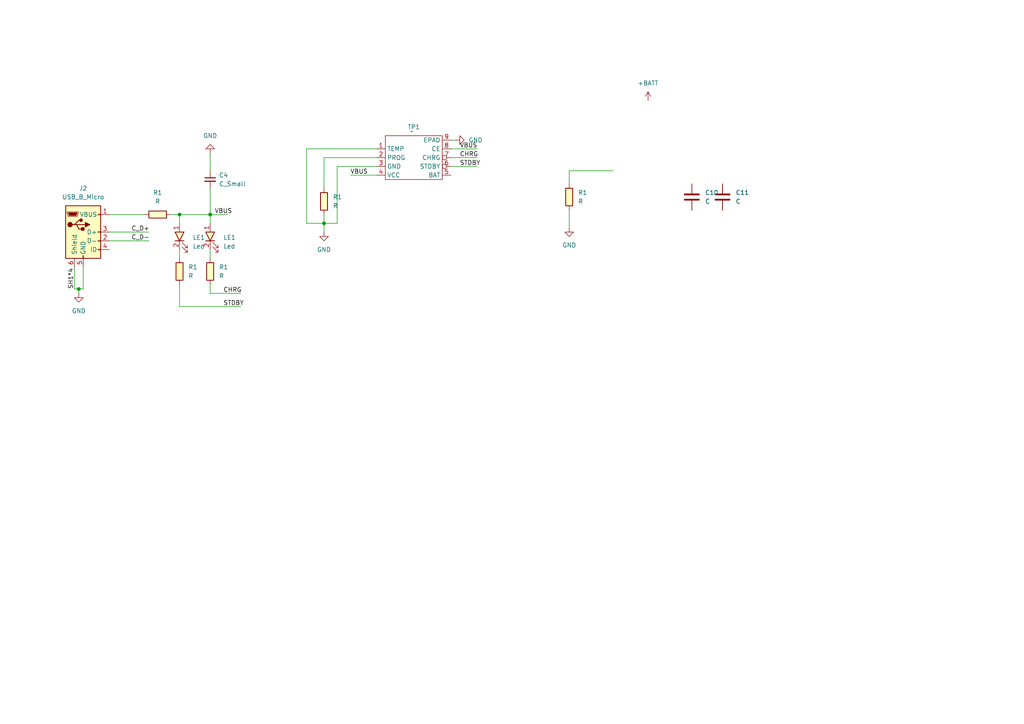
<source format=kicad_sch>
(kicad_sch (version 20230121) (generator eeschema)
  (paper "A4")
  (lib_symbols
    (symbol "Connector:USB_B_Micro" (pin_names (offset 1.016))
      (property "Reference" "J" (at -5.08 11.43 0))
      (property "Value" "USB_B_Micro" (at -5.08 8.89 0))
      (symbol "USB_B_Micro_0_1"
        (rectangle (start -5.08 -7.62) (end 5.08 7.62) (stroke (width 0.254)) (fill (type background)))
        (circle (center -3.81 2.159) (radius 0.635) (stroke (width 0.254)) (fill (type outline)))
        (circle (center -0.635 3.429) (radius 0.381) (stroke (width 0.254)) (fill (type outline)))
        (rectangle (start -0.127 -7.62) (end 0.127 -6.858))
        (polyline (pts (xy -1.905 2.159) (xy 0.635 2.159)) (stroke (width 0.254)))
        (polyline (pts (xy -3.175 2.159) (xy -2.54 2.159) (xy -1.27 3.429) (xy -0.635 3.429)) (stroke (width 0.254)))
        (polyline (pts (xy -2.54 2.159) (xy -1.905 2.159) (xy -1.27 0.889) (xy 0 0.889)) (stroke (width 0.254)))
        (polyline (pts (xy 0.635 2.794) (xy 0.635 1.524) (xy 1.905 2.159) (xy 0.635 2.794)) (stroke (width 0.254)) (fill (type outline)))
        (polyline (pts (xy -4.318 5.588) (xy -1.778 5.588) (xy -2.032 4.826) (xy -4.064 4.826) (xy -4.318 5.588)) (fill (type outline)))
        (polyline (pts (xy -4.699 5.842) (xy -4.699 5.588) (xy -4.445 4.826) (xy -4.445 4.572) (xy -1.651 4.572) (xy -1.651 4.826) (xy -1.397 5.588) (xy -1.397 5.842) (xy -4.699 5.842)))
        (rectangle (start 0.254 1.27) (end -0.508 0.508) (stroke (width 0.254)) (fill (type outline)))
        (rectangle (start 5.08 -5.207) (end 4.318 -4.953))
        (rectangle (start 5.08 -2.667) (end 4.318 -2.413))
        (rectangle (start 5.08 -0.127) (end 4.318 0.127))
        (rectangle (start 5.08 4.953) (end 4.318 5.207))
      )
      (symbol "USB_B_Micro_1_1"
        (pin power_out line (at 7.62 5.08 180) (length 2.54) (name "VBUS") (number "1"))
        (pin bidirectional line (at 7.62 -2.54 180) (length 2.54) (name "D-") (number "2"))
        (pin bidirectional line (at 7.62 0 180) (length 2.54) (name "D+") (number "3"))
        (pin passive line (at 7.62 -5.08 180) (length 2.54) (name "ID") (number "4"))
        (pin power_out line (at 0 -10.16 90) (length 2.54) (name "GND") (number "5"))
        (pin passive line (at -2.54 -10.16 90) (length 2.54) (name "Shield") (number "6"))
      )
    )
    (symbol "Device:C" (pin_numbers hide) (pin_names (offset 0.254))
      (property "Reference" "C" (at 0.635 2.54 0))
      (property "Value" "C" (at 0.635 -2.54 0))
      (symbol "C_0_1"
        (polyline (pts (xy -2.032 -0.762) (xy 2.032 -0.762)) (stroke (width 0.508)))
        (polyline (pts (xy -2.032 0.762) (xy 2.032 0.762)) (stroke (width 0.508)))
      )
      (symbol "C_1_1"
        (pin passive line (at 0 3.81 270) (length 2.794) (name "~") (number "1"))
        (pin passive line (at 0 -3.81 90) (length 2.794) (name "~") (number "2"))
      )
    )
    (symbol "IVS_SYMBOLS:C_Small" (pin_numbers hide) (pin_names (offset 0.254) hide)
      (property "Reference" "C" (at 0.254 1.778 0))
      (property "Value" "C_Small" (at 0.254 -2.032 0))
      (symbol "C_Small_0_1"
        (polyline (pts (xy -1.524 -0.508) (xy 1.524 -0.508)) (stroke (width 0.3302)))
        (polyline (pts (xy -1.524 0.508) (xy 1.524 0.508)) (stroke (width 0.3048)))
      )
      (symbol "C_Small_1_1"
        (pin passive line (at 0 2.54 270) (length 2.032) (name "~") (number "1"))
        (pin passive line (at 0 -2.54 90) (length 2.032) (name "~") (number "2"))
      )
    )
    (symbol "IVS_SYMBOLS:Led"
      (property "Reference" "LE" (at 0.508 -2.794 0))
      (property "Value" "Led" (at -0.254 2.794 0))
      (symbol "Led_0_1"
        (polyline (pts (xy 0 -1.27) (xy 0 1.27)) (stroke (width 0.254)))
        (polyline (pts (xy 2.54 -1.27) (xy 2.54 1.27) (xy 0 0) (xy 2.54 -1.27)) (stroke (width 0.254)) (fill (type background)))
        (polyline (pts (xy -1.778 -0.762) (xy -3.302 -2.286) (xy -2.54 -2.286) (xy -3.302 -2.286) (xy -3.302 -1.524)))
        (polyline (pts (xy -0.508 -0.762) (xy -2.032 -2.286) (xy -1.27 -2.286) (xy -2.032 -2.286) (xy -2.032 -1.524)))
      )
      (symbol "Led_1_1"
        (pin passive line (at 5.08 0 180) (length 2.54) (name "") (number "1"))
        (pin passive line (at -2.54 0 0) (length 2.54) (name "") (number "2"))
      )
    )
    (symbol "IVS_SYMBOLS:R" (pin_numbers hide) (pin_names (offset 0))
      (property "Reference" "R" (at 2.032 0 90))
      (property "Value" "R" (at 0 0 90))
      (symbol "R_1_1"
        (rectangle (start -1.016 2.54) (end 1.016 -2.54) (stroke (width 0.254)) (fill (type background)))
        (pin passive line (at 0 3.81 270) (length 1.27) (name "~") (number "1"))
        (pin passive line (at 0 -3.81 90) (length 1.27) (name "~") (number "2"))
      )
    )
    (symbol "IVS_SYMBOLS:TP4056"
      (property "Reference" "TP" (at 0 0 0))
      (symbol "TP4056_0_1"
        (rectangle (start -7.62 -1.27) (end 8.89 -13.97))
      )
      (symbol "TP4056_1_1"
        (pin bidirectional line (at -10.16 -5.08 0) (length 2.54) (name "TEMP") (number "1"))
        (pin bidirectional line (at -10.16 -7.62 0) (length 2.54) (name "PROG") (number "2"))
        (pin bidirectional line (at -10.16 -10.16 0) (length 2.54) (name "GND") (number "3"))
        (pin bidirectional line (at -10.16 -12.7 0) (length 2.54) (name "VCC") (number "4"))
        (pin bidirectional line (at 11.43 -12.7 180) (length 2.54) (name "BAT") (number "5"))
        (pin bidirectional inverted (at 11.43 -10.16 180) (length 2.54) (name "STDBY") (number "6"))
        (pin bidirectional inverted (at 11.43 -7.62 180) (length 2.54) (name "CHRG") (number "7"))
        (pin bidirectional line (at 11.43 -5.08 180) (length 2.54) (name "CE") (number "8"))
        (pin bidirectional line (at 11.43 -2.54 180) (length 2.54) (name "EPAD") (number "9"))
      )
    )
    (symbol "power:+BATT" (power) (pin_names (offset 0))
      (property "Value" "+BATT" (at 0 3.556 0))
      (symbol "+BATT_0_1"
        (polyline (pts (xy -0.762 1.27) (xy 0 2.54)))
        (polyline (pts (xy 0 0) (xy 0 2.54)))
        (polyline (pts (xy 0 2.54) (xy 0.762 1.27)))
      )
      (symbol "+BATT_1_1"
        (pin power_in line (at 0 0 90) (length 0) hide (name "+BATT") (number "1"))
      )
    )
    (symbol "power:GND" (power) (pin_names (offset 0))
      (property "Value" "GND" (at 0 -3.81 0))
      (symbol "GND_0_1"
        (polyline (pts (xy 0 0) (xy 0 -1.27) (xy 1.27 -1.27) (xy 0 -2.54) (xy -1.27 -1.27) (xy 0 -1.27)))
      )
      (symbol "GND_1_1"
        (pin power_in line (at 0 0 270) (length 0) hide (name "GND") (number "1"))
      )
    )
  )
  (junction (at 22.86 83.82))
  (junction (at 60.96 62.23))
  (junction (at 52.07 62.23))
  (junction (at 93.98 64.77))
  (wire (pts (xy 60.96 64.77) (xy 60.96 62.23)))
  (wire (pts (xy 60.96 62.23) (xy 66.04 62.23)))
  (wire (pts (xy 93.98 64.77) (xy 93.98 67.31)))
  (wire (pts (xy 101.6 50.8) (xy 109.22 50.8)))
  (wire (pts (xy 109.22 48.26) (xy 97.79 48.26)))
  (wire (pts (xy 132.08 40.64) (xy 130.81 40.64)))
  (wire (pts (xy 130.81 45.72) (xy 138.43 45.72)))
  (wire (pts (xy 60.96 54.61) (xy 60.96 62.23)))
  (wire (pts (xy 22.86 83.82) (xy 22.86 85.09)))
  (wire (pts (xy 52.07 82.55) (xy 52.07 88.9)))
  (wire (pts (xy 21.59 83.82) (xy 22.86 83.82)))
  (wire (pts (xy 31.75 69.85) (xy 43.18 69.85)))
  (wire (pts (xy 97.79 64.77) (xy 93.98 64.77)))
  (wire (pts (xy 88.9 43.18) (xy 109.22 43.18)))
  (wire (pts (xy 52.07 62.23) (xy 49.53 62.23)))
  (wire (pts (xy 97.79 48.26) (xy 97.79 64.77)))
  (wire (pts (xy 60.96 72.39) (xy 60.96 74.93)))
  (wire (pts (xy 52.07 72.39) (xy 52.07 74.93)))
  (wire (pts (xy 24.13 83.82) (xy 24.13 77.47)))
  (wire (pts (xy 60.96 85.09) (xy 69.85 85.09)))
  (wire (pts (xy 52.07 62.23) (xy 60.96 62.23)))
  (wire (pts (xy 31.75 67.31) (xy 43.18 67.31)))
  (wire (pts (xy 60.96 82.55) (xy 60.96 85.09)))
  (wire (pts (xy 22.86 83.82) (xy 24.13 83.82)))
  (wire (pts (xy 88.9 43.18) (xy 88.9 64.77)))
  (wire (pts (xy 88.9 64.77) (xy 93.98 64.77)))
  (wire (pts (xy 52.07 64.77) (xy 52.07 62.23)))
  (wire (pts (xy 21.59 77.47) (xy 21.59 83.82)))
  (wire (pts (xy 93.98 62.23) (xy 93.98 64.77)))
  (wire (pts (xy 130.81 43.18) (xy 138.43 43.18)))
  (wire (pts (xy 165.1 49.53) (xy 165.1 53.34)))
  (wire (pts (xy 165.1 60.96) (xy 165.1 66.04)))
  (wire (pts (xy 41.91 62.23) (xy 31.75 62.23)))
  (wire (pts (xy 109.22 45.72) (xy 93.98 45.72)))
  (wire (pts (xy 130.81 48.26) (xy 138.43 48.26)))
  (wire (pts (xy 52.07 88.9) (xy 69.85 88.9)))
  (wire (pts (xy 60.96 44.45) (xy 60.96 49.53)))
  (wire (pts (xy 93.98 45.72) (xy 93.98 54.61)))
  (wire (pts (xy 177.8 49.53) (xy 165.1 49.53)))
  (label "CHRG" (at 64.77 85.09 0))
  (label "SH1*4" (at 21.59 83.82 90))
  (label "STDBY" (at 64.77 88.9 0))
  (label "STDBY" (at 133.35 48.26 0))
  (label "C_D-" (at 38.1 69.85 0))
  (label "VBUS" (at 133.35 43.18 0))
  (label "C_D+" (at 38.1 67.31 0))
  (label "CHRG" (at 133.35 45.72 0))
  (label "VBUS" (at 101.6 50.8 0))
  (label "VBUS" (at 62.23 62.23 0))
  (symbol (lib_id "power:GND") (at 132.08 40.64 90) (unit 1)
    (property "Reference" "#PWR017" (effects hide))
    (property "Value" "GND" (at 135.89 40.64 90) (effects (justify right)))
  )
  (symbol (lib_id "Connector:USB_B_Micro") (at 24.13 67.31 0) (unit 1)
    (property "Reference" "J2" (at 24.13 54.61 0))
    (property "Value" "USB_B_Micro" (at 24.13 57.15 0))
    (property "Footprint" "Connector_USB:USB_Micro-AB_Molex_47590-0001" (effects hide))
  )
  (symbol (lib_id "Device:C") (at 209.55 57.15 0) (unit 1)
    (property "Reference" "C11" (at 213.36 55.88 0) (effects (justify left)))
    (property "Value" "C" (at 213.36 58.42 0) (effects (justify left)))
  )
  (symbol (lib_id "power:GND") (at 60.96 44.45 180) (unit 1)
    (property "Reference" "#PWR016" (effects hide))
    (property "Value" "GND" (at 60.96 39.37 0))
  )
  (symbol (lib_id "IVS_SYMBOLS:TP4056") (at 119.38 38.1 0) (unit 1)
    (property "Reference" "TP1" (at 120.015 36.83 0))
    (property "Value" "~" (at 119.38 38.1 0))
  )
  (symbol (lib_id "power:+BATT") (at 187.96 29.21 0) (unit 1)
    (property "Reference" "#PWR018" (effects hide))
    (property "Value" "+BATT" (at 187.96 24.13 0))
  )
  (symbol (lib_id "IVS_SYMBOLS:R") (at 45.72 62.23 90) (unit 1)
    (property "Reference" "R1" (at 45.72 55.88 90))
    (property "Value" "R" (at 45.72 58.42 90))
    (instances (project "nodeVote" (path "" (reference "R1") (unit 1)) (path "" (reference "R8") (unit 1))))
  )
  (symbol (lib_id "IVS_SYMBOLS:C_Small") (at 60.96 52.07 0) (unit 1)
    (property "Reference" "C4" (at 63.5 50.8063 0) (effects (justify left)))
    (property "Value" "C_Small" (at 63.5 53.3463 0) (effects (justify left)))
    (instances (project "nodeVote" (path "" (reference "C4") (unit 1)) (path "" (reference "C2") (unit 1)) (path "" (reference "C7") (unit 1))))
  )
  (symbol (lib_id "IVS_SYMBOLS:R") (at 60.96 78.74 180) (unit 1)
    (property "Reference" "R1" (at 63.5 77.47 0) (effects (justify right)))
    (property "Value" "R" (at 63.5 80.01 0) (effects (justify right)))
    (instances (project "nodeVote" (path "" (reference "R1") (unit 1)) (path "" (reference "R11") (unit 1))))
  )
  (symbol (lib_id "IVS_SYMBOLS:Led") (at 52.07 69.85 90) (unit 1)
    (property "Reference" "LE1" (at 55.88 68.8975 90) (effects (justify right)))
    (property "Value" "Led" (at 55.88 71.4375 90) (effects (justify right)))
    (instances (project "nodeVote" (path "" (reference "LE1") (unit 1)) (path "" (reference "LE5") (unit 1))))
  )
  (symbol (lib_id "power:GND") (at 93.98 67.31 0) (unit 1)
    (property "Reference" "#PWR019" (effects hide))
    (property "Value" "GND" (at 93.98 72.39 0))
  )
  (symbol (lib_id "Device:C") (at 200.66 57.15 0) (unit 1)
    (property "Reference" "C10" (at 204.47 55.88 0) (effects (justify left)))
    (property "Value" "C" (at 204.47 58.42 0) (effects (justify left)))
  )
  (symbol (lib_id "power:GND") (at 22.86 85.09 0) (unit 1)
    (property "Reference" "#PWR015" (effects hide))
    (property "Value" "GND" (at 22.86 90.17 0))
  )
  (symbol (lib_id "IVS_SYMBOLS:R") (at 52.07 78.74 180) (unit 1)
    (property "Reference" "R1" (at 54.61 77.47 0) (effects (justify right)))
    (property "Value" "R" (at 54.61 80.01 0) (effects (justify right)))
    (instances (project "nodeVote" (path "" (reference "R1") (unit 1)) (path "" (reference "R10") (unit 1))))
  )
  (symbol (lib_id "IVS_SYMBOLS:R") (at 165.1 57.15 180) (unit 1)
    (property "Reference" "R1" (at 167.64 55.88 0) (effects (justify right)))
    (property "Value" "R" (at 167.64 58.42 0) (effects (justify right)))
    (instances (project "nodeVote" (path "" (reference "R1") (unit 1)) (path "" (reference "R12") (unit 1))))
  )
  (symbol (lib_id "power:GND") (at 165.1 66.04 0) (unit 1)
    (property "Reference" "#PWR020" (effects hide))
    (property "Value" "GND" (at 165.1 71.12 0))
  )
  (symbol (lib_id "IVS_SYMBOLS:Led") (at 60.96 69.85 90) (unit 1)
    (property "Reference" "LE1" (at 64.77 68.8975 90) (effects (justify right)))
    (property "Value" "Led" (at 64.77 71.4375 90) (effects (justify right)))
    (instances (project "nodeVote" (path "" (reference "LE1") (unit 1)) (path "" (reference "LE6") (unit 1))))
  )
  (symbol (lib_id "IVS_SYMBOLS:R") (at 93.98 58.42 180) (unit 1)
    (property "Reference" "R1" (at 96.52 57.15 0) (effects (justify right)))
    (property "Value" "R" (at 96.52 59.69 0) (effects (justify right)))
    (instances (project "nodeVote" (path "" (reference "R1") (unit 1)) (path "" (reference "R13") (unit 1))))
  )
)
</source>
